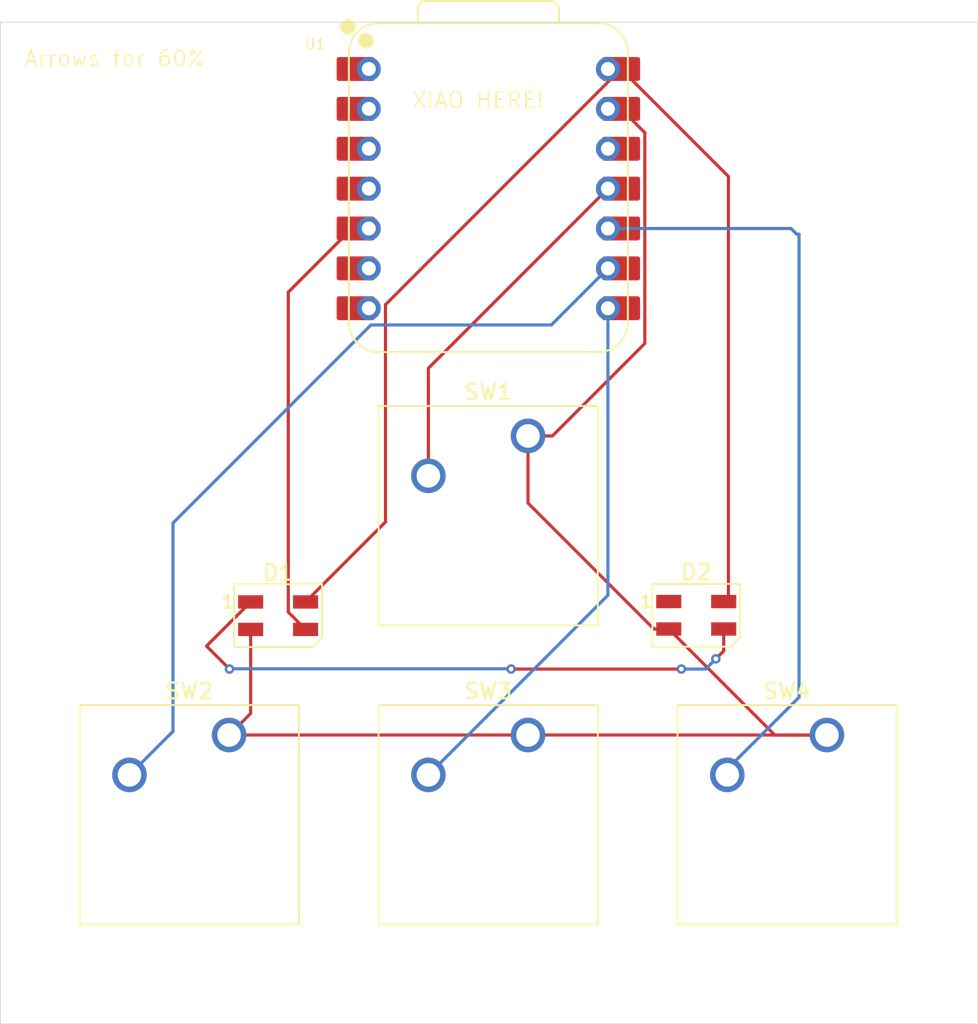
<source format=kicad_pcb>
(kicad_pcb (version 20241229) (generator "pcbnew") (generator_version "9.0")
  (layers (0 "F.Cu" signal) (2 "B.Cu" signal) (13 "F.Paste" user) (15 "B.Paste" user) (5 "F.SilkS" user "F.Silkscreen") (7 "B.SilkS" user "B.Silkscreen") (1 "F.Mask" user) (3 "B.Mask" user) (25 "Edge.Cuts" user))
  (net 0 "")
  (net 1 "Net-(D1-DIN)")
  (net 2 "+5V")
  (net 3 "GND")
  (net 4 "Net-(D1-DOUT)")
  (net 6 "Net-(U1-GPIO3{slash}MOSI)")
  (net 7 "Net-(U1-GPIO2{slash}SCK)")
  (net 8 "Net-(U1-GPIO1{slash}RX)")
  (net 9 "Net-(U1-GPIO4{slash}MISO)")
  (footprint "Button_Switch_Keyboard:SW_Cherry_MX_1.00u_PCB" (layer "F.Cu") (at 112.0775 111.60125)
    (property "Reference" "SW2" (at -2.54 -2.794 0) (layer "F.SilkS"))
    (property "Value" "SW_Push")
    (fp_line (start -9.525 -1.905) (end 4.445 -1.905) (stroke (width 0.12)) (layer "F.SilkS"))
    (fp_line (start -9.525 12.065) (end -9.525 -1.905) (stroke (width 0.12)) (layer "F.SilkS"))
    (fp_line (start 4.445 -1.905) (end 4.445 12.065) (stroke (width 0.12)) (layer "F.SilkS"))
    (fp_line (start 4.445 12.065) (end -9.525 12.065) (stroke (width 0.12)) (layer "F.SilkS"))
    (pad "" np_thru_hole circle (at -7.62 5.08) (size 1.7 1.7) (drill 1.7) (layers "*.Cu" "*.Mask"))
    (pad "" np_thru_hole circle (at -2.54 5.08) (size 4 4) (drill 4) (layers "*.Cu" "*.Mask"))
    (pad "" np_thru_hole circle (at 2.54 5.08) (size 1.7 1.7) (drill 1.7) (layers "*.Cu" "*.Mask"))
    (pad "1" thru_hole circle (at 0 0) (size 2.2 2.2) (drill 1.5) (layers "*.Cu" "*.Mask") (net 3 "GND"))
    (pad "2" thru_hole circle (at -6.35 2.54) (size 2.2 2.2) (drill 1.5) (layers "*.Cu" "*.Mask") (net 7 "Net-(U1-GPIO2{slash}SCK)"))
  )
  (footprint "Button_Switch_Keyboard:SW_Cherry_MX_1.00u_PCB" (layer "F.Cu") (at 150.1775 111.60125)
    (property "Reference" "SW4" (at -2.54 -2.794 0) (layer "F.SilkS"))
    (property "Value" "SW_Push")
    (fp_line (start -9.525 -1.905) (end 4.445 -1.905) (stroke (width 0.12)) (layer "F.SilkS"))
    (fp_line (start -9.525 12.065) (end -9.525 -1.905) (stroke (width 0.12)) (layer "F.SilkS"))
    (fp_line (start 4.445 -1.905) (end 4.445 12.065) (stroke (width 0.12)) (layer "F.SilkS"))
    (fp_line (start 4.445 12.065) (end -9.525 12.065) (stroke (width 0.12)) (layer "F.SilkS"))
    (pad "" np_thru_hole circle (at -7.62 5.08) (size 1.7 1.7) (drill 1.7) (layers "*.Cu" "*.Mask"))
    (pad "" np_thru_hole circle (at -2.54 5.08) (size 4 4) (drill 4) (layers "*.Cu" "*.Mask"))
    (pad "" np_thru_hole circle (at 2.54 5.08) (size 1.7 1.7) (drill 1.7) (layers "*.Cu" "*.Mask"))
    (pad "1" thru_hole circle (at 0 0) (size 2.2 2.2) (drill 1.5) (layers "*.Cu" "*.Mask") (net 3 "GND"))
    (pad "2" thru_hole circle (at -6.35 2.54) (size 2.2 2.2) (drill 1.5) (layers "*.Cu" "*.Mask") (net 9 "Net-(U1-GPIO4{slash}MISO)"))
  )
  (footprint "OPL:XIAO-RP2040-DIP" (layer "F.Cu") (at 128.6 76.8)
    (property "Reference" "U1" (at -11.05 -9.2 0) (layer "F.SilkS") (effects (font (size 0.635 0.635) (thickness 0.1016))))
    (property "Value" "XIAO-RP2040-DIP")
    (fp_line (start -8.89 8.509) (end -8.89 -8.636) (stroke (width 0.127)) (layer "F.SilkS"))
    (fp_line (start -6.985 10.414) (end 6.985 10.414) (stroke (width 0.127)) (layer "F.SilkS"))
    (fp_line (start -4.495 -10.541) (end -4.491272 -11.451272) (stroke (width 0.127)) (layer "F.SilkS"))
    (fp_line (start -3.991272 -11.951) (end 4.004 -11.951) (stroke (width 0.127)) (layer "F.SilkS"))
    (fp_line (start 4.504 -11.451) (end 4.504 -10.541) (stroke (width 0.127)) (layer "F.SilkS"))
    (fp_line (start 6.985 -10.541) (end -6.985 -10.541) (stroke (width 0.1)) (layer "F.SilkS"))
    (fp_line (start 6.985 -10.541) (end -6.985 -10.541) (stroke (width 0.127)) (layer "F.SilkS"))
    (fp_line (start 8.89 8.509) (end 8.89 -8.636) (stroke (width 0.127)) (layer "F.SilkS"))
    (fp_arc (start -8.89 -8.636) (mid -8.332038 -9.983038) (end -6.985 -10.541) (stroke (width 0.127)) (layer "F.SilkS"))
    (fp_arc (start -6.985 10.414) (mid -8.332038 9.856038) (end -8.89 8.509) (stroke (width 0.127)) (layer "F.SilkS"))
    (fp_arc (start -4.491272 -11.451272) (mid -4.344728 -11.80464) (end -3.991272 -11.951) (stroke (width 0.127)) (layer "F.SilkS"))
    (fp_arc (start 4.004 -11.951) (mid 4.357553 -11.804553) (end 4.504 -11.451) (stroke (width 0.127)) (layer "F.SilkS"))
    (fp_arc (start 6.985 -10.541) (mid 8.332038 -9.983038) (end 8.89 -8.636) (stroke (width 0.127)) (layer "F.SilkS"))
    (fp_arc (start 8.89 8.509) (mid 8.332038 9.856038) (end 6.985 10.414) (stroke (width 0.127)) (layer "F.SilkS"))
    (fp_circle (center -8.95 -10.3) (end -8.95 -10.554) (stroke (width 0.5)) (fill yes) (layer "F.SilkS"))
    (fp_circle (center -7.807 -9.42) (end -7.807 -9.674) (stroke (width 0.5)) (fill yes) (layer "F.SilkS"))
    (pad "1" smd roundrect (at -8.455 -7.62 180) (size 2.432 1.524) (layers "F.Cu" "F.Mask") (roundrect_rratio 0.1))
    (pad "1" thru_hole circle (at -7.62 -7.62 180) (size 1.524 1.524) (drill 0.889) (layers "*.Cu" "*.Mask"))
    (pad "2" smd roundrect (at -8.455 -5.08 180) (size 2.432 1.524) (layers "F.Cu" "F.Mask") (roundrect_rratio 0.1))
    (pad "2" thru_hole circle (at -7.62 -5.08 180) (size 1.524 1.524) (drill 0.889) (layers "*.Cu" "*.Mask"))
    (pad "3" smd roundrect (at -8.455 -2.54 180) (size 2.432 1.524) (layers "F.Cu" "F.Mask") (roundrect_rratio 0.1))
    (pad "3" thru_hole circle (at -7.62 -2.54 180) (size 1.524 1.524) (drill 0.889) (layers "*.Cu" "*.Mask"))
    (pad "4" smd roundrect (at -8.455 0 180) (size 2.432 1.524) (layers "F.Cu" "F.Mask") (roundrect_rratio 0.1))
    (pad "4" thru_hole circle (at -7.62 0 180) (size 1.524 1.524) (drill 0.889) (layers "*.Cu" "*.Mask"))
    (pad "5" smd roundrect (at -8.455 2.54 180) (size 2.432 1.524) (layers "F.Cu" "F.Mask") (roundrect_rratio 0.1) (net 1 "Net-(D1-DIN)"))
    (pad "5" thru_hole circle (at -7.62 2.54 180) (size 1.524 1.524) (drill 0.889) (layers "*.Cu" "*.Mask") (net 1 "Net-(D1-DIN)"))
    (pad "6" smd roundrect (at -8.455 5.08 180) (size 2.432 1.524) (layers "F.Cu" "F.Mask") (roundrect_rratio 0.1))
    (pad "6" thru_hole circle (at -7.62 5.08 180) (size 1.524 1.524) (drill 0.889) (layers "*.Cu" "*.Mask"))
    (pad "7" smd roundrect (at -8.455 7.62 180) (size 2.432 1.524) (layers "F.Cu" "F.Mask") (roundrect_rratio 0.1))
    (pad "7" thru_hole circle (at -7.62 7.62 180) (size 1.524 1.524) (drill 0.889) (layers "*.Cu" "*.Mask"))
    (pad "8" thru_hole circle (at 7.62 7.62) (size 1.524 1.524) (drill 0.889) (layers "*.Cu" "*.Mask") (net 8 "Net-(U1-GPIO1{slash}RX)"))
    (pad "8" smd roundrect (at 8.455 7.62) (size 2.432 1.524) (layers "F.Cu" "F.Mask") (roundrect_rratio 0.1) (net 8 "Net-(U1-GPIO1{slash}RX)"))
    (pad "9" thru_hole circle (at 7.62 5.08) (size 1.524 1.524) (drill 0.889) (layers "*.Cu" "*.Mask") (net 7 "Net-(U1-GPIO2{slash}SCK)"))
    (pad "9" smd roundrect (at 8.455 5.08) (size 2.432 1.524) (layers "F.Cu" "F.Mask") (roundrect_rratio 0.1) (net 7 "Net-(U1-GPIO2{slash}SCK)"))
    (pad "10" thru_hole circle (at 7.62 2.54) (size 1.524 1.524) (drill 0.889) (layers "*.Cu" "*.Mask") (net 9 "Net-(U1-GPIO4{slash}MISO)"))
    (pad "10" smd roundrect (at 8.455 2.54) (size 2.432 1.524) (layers "F.Cu" "F.Mask") (roundrect_rratio 0.1) (net 9 "Net-(U1-GPIO4{slash}MISO)"))
    (pad "11" thru_hole circle (at 7.62 0) (size 1.524 1.524) (drill 0.889) (layers "*.Cu" "*.Mask") (net 6 "Net-(U1-GPIO3{slash}MOSI)"))
    (pad "11" smd roundrect (at 8.455 0) (size 2.432 1.524) (layers "F.Cu" "F.Mask") (roundrect_rratio 0.1) (net 6 "Net-(U1-GPIO3{slash}MOSI)"))
    (pad "12" thru_hole circle (at 7.62 -2.54) (size 1.524 1.524) (drill 0.889) (layers "*.Cu" "*.Mask"))
    (pad "12" smd roundrect (at 8.455 -2.54) (size 2.432 1.524) (layers "F.Cu" "F.Mask") (roundrect_rratio 0.1))
    (pad "13" thru_hole circle (at 7.62 -5.08) (size 1.524 1.524) (drill 0.889) (layers "*.Cu" "*.Mask") (net 3 "GND"))
    (pad "13" smd roundrect (at 8.455 -5.08) (size 2.432 1.524) (layers "F.Cu" "F.Mask") (roundrect_rratio 0.1) (net 3 "GND"))
    (pad "14" thru_hole circle (at 7.62 -7.62) (size 1.524 1.524) (drill 0.889) (layers "*.Cu" "*.Mask") (net 2 "+5V"))
    (pad "14" smd roundrect (at 8.455 -7.62) (size 2.432 1.524) (layers "F.Cu" "F.Mask") (roundrect_rratio 0.1) (net 2 "+5V"))
  )
  (footprint "LED_SMD:LED_SK6812MINI_PLCC4_3.5x3.5mm_P1.75mm" (layer "F.Cu") (at 141.85 103.975)
    (property "Reference" "D2" (at 0 -2.75 0) (layer "F.SilkS"))
    (property "Value" "SK6812MINI")
    (fp_line (start -2.8 -2) (end -2.8 2) (stroke (width 0.12)) (layer "F.SilkS"))
    (fp_line (start -2.8 -2) (end 2.8 -2) (stroke (width 0.12)) (layer "F.SilkS"))
    (fp_line (start -2.8 2) (end 2.2 2) (stroke (width 0.12)) (layer "F.SilkS"))
    (fp_line (start 2.8 1.4) (end 2.2 2) (stroke (width 0.12)) (layer "F.SilkS"))
    (fp_line (start 2.8 1.4) (end 2.8 -2) (stroke (width 0.12)) (layer "F.SilkS"))
    (fp_text user "1" (at -3.2 -0.875 0) (layer "F.SilkS") (effects (font (size 0.8 0.8))))
    (pad "1" smd rect (at -1.75 -0.875) (size 1.6 0.85) (layers "F.Cu" "F.Mask" "F.Paste"))
    (pad "2" smd rect (at -1.75 0.875) (size 1.6 0.85) (layers "F.Cu" "F.Mask" "F.Paste") (net 3 "GND"))
    (pad "3" smd rect (at 1.75 0.875) (size 1.6 0.85) (layers "F.Cu" "F.Mask" "F.Paste") (net 4 "Net-(D1-DOUT)"))
    (pad "4" smd rect (at 1.75 -0.875) (size 1.6 0.85) (layers "F.Cu" "F.Mask" "F.Paste") (net 2 "+5V"))
  )
  (footprint "Button_Switch_Keyboard:SW_Cherry_MX_1.00u_PCB" (layer "F.Cu") (at 131.1275 92.55125)
    (property "Reference" "SW1" (at -2.54 -2.794 0) (layer "F.SilkS"))
    (property "Value" "SW_Push")
    (fp_line (start -9.525 -1.905) (end 4.445 -1.905) (stroke (width 0.12)) (layer "F.SilkS"))
    (fp_line (start -9.525 12.065) (end -9.525 -1.905) (stroke (width 0.12)) (layer "F.SilkS"))
    (fp_line (start 4.445 -1.905) (end 4.445 12.065) (stroke (width 0.12)) (layer "F.SilkS"))
    (fp_line (start 4.445 12.065) (end -9.525 12.065) (stroke (width 0.12)) (layer "F.SilkS"))
    (pad "" np_thru_hole circle (at -7.62 5.08) (size 1.7 1.7) (drill 1.7) (layers "*.Cu" "*.Mask"))
    (pad "" np_thru_hole circle (at -2.54 5.08) (size 4 4) (drill 4) (layers "*.Cu" "*.Mask"))
    (pad "" np_thru_hole circle (at 2.54 5.08) (size 1.7 1.7) (drill 1.7) (layers "*.Cu" "*.Mask"))
    (pad "1" thru_hole circle (at 0 0) (size 2.2 2.2) (drill 1.5) (layers "*.Cu" "*.Mask") (net 3 "GND"))
    (pad "2" thru_hole circle (at -6.35 2.54) (size 2.2 2.2) (drill 1.5) (layers "*.Cu" "*.Mask") (net 6 "Net-(U1-GPIO3{slash}MOSI)"))
  )
  (footprint "Button_Switch_Keyboard:SW_Cherry_MX_1.00u_PCB" (layer "F.Cu") (at 131.1275 111.60125)
    (property "Reference" "SW3" (at -2.54 -2.794 0) (layer "F.SilkS"))
    (property "Value" "SW_Push")
    (fp_line (start -9.525 -1.905) (end 4.445 -1.905) (stroke (width 0.12)) (layer "F.SilkS"))
    (fp_line (start -9.525 12.065) (end -9.525 -1.905) (stroke (width 0.12)) (layer "F.SilkS"))
    (fp_line (start 4.445 -1.905) (end 4.445 12.065) (stroke (width 0.12)) (layer "F.SilkS"))
    (fp_line (start 4.445 12.065) (end -9.525 12.065) (stroke (width 0.12)) (layer "F.SilkS"))
    (pad "" np_thru_hole circle (at -7.62 5.08) (size 1.7 1.7) (drill 1.7) (layers "*.Cu" "*.Mask"))
    (pad "" np_thru_hole circle (at -2.54 5.08) (size 4 4) (drill 4) (layers "*.Cu" "*.Mask"))
    (pad "" np_thru_hole circle (at 2.54 5.08) (size 1.7 1.7) (drill 1.7) (layers "*.Cu" "*.Mask"))
    (pad "1" thru_hole circle (at 0 0) (size 2.2 2.2) (drill 1.5) (layers "*.Cu" "*.Mask") (net 3 "GND"))
    (pad "2" thru_hole circle (at -6.35 2.54) (size 2.2 2.2) (drill 1.5) (layers "*.Cu" "*.Mask") (net 8 "Net-(U1-GPIO1{slash}RX)"))
  )
  (footprint "LED_SMD:LED_SK6812MINI_PLCC4_3.5x3.5mm_P1.75mm" (layer "F.Cu") (at 115.2 104)
    (property "Reference" "D1" (at 0 -2.75 0) (layer "F.SilkS"))
    (property "Value" "SK6812MINI")
    (fp_line (start -2.8 -2) (end -2.8 2) (stroke (width 0.12)) (layer "F.SilkS"))
    (fp_line (start -2.8 -2) (end 2.8 -2) (stroke (width 0.12)) (layer "F.SilkS"))
    (fp_line (start -2.8 2) (end 2.2 2) (stroke (width 0.12)) (layer "F.SilkS"))
    (fp_line (start 2.8 1.4) (end 2.2 2) (stroke (width 0.12)) (layer "F.SilkS"))
    (fp_line (start 2.8 1.4) (end 2.8 -2) (stroke (width 0.12)) (layer "F.SilkS"))
    (fp_text user "1" (at -3.2 -0.875 0) (layer "F.SilkS") (effects (font (size 0.8 0.8))))
    (pad "1" smd rect (at -1.75 -0.875) (size 1.6 0.85) (layers "F.Cu" "F.Mask" "F.Paste") (net 4 "Net-(D1-DOUT)"))
    (pad "2" smd rect (at -1.75 0.875) (size 1.6 0.85) (layers "F.Cu" "F.Mask" "F.Paste") (net 3 "GND"))
    (pad "3" smd rect (at 1.75 0.875) (size 1.6 0.85) (layers "F.Cu" "F.Mask" "F.Paste") (net 1 "Net-(D1-DIN)"))
    (pad "4" smd rect (at 1.75 -0.875) (size 1.6 0.85) (layers "F.Cu" "F.Mask" "F.Paste") (net 2 "+5V"))
  )
  (gr_rect (start 97.5 66.2) (end 159.8 130) (stroke (width 0.05)) (fill no) (layer "Edge.Cuts"))
  (gr_text "Arrows for 60%" (at 98.95 69.1 0) (layer "F.SilkS") (effects (font (size 1 1) (thickness 0.1)) (justify left bottom)))
  (gr_text "XIAO HERE!" (at 123.65 71.75 0) (layer "F.SilkS") (effects (font (size 1 1) (thickness 0.1)) (justify left bottom)))
  (segment (start 120.98 79.34) (end 119.90237 79.34) (width 0.2) (layer "F.Cu") (net 1))
  (segment (start 119.90237 79.34) (end 115.849 83.39337) (width 0.2) (layer "F.Cu") (net 1))
  (segment (start 115.849 83.39337) (end 115.849 103.774) (width 0.2) (layer "F.Cu") (net 1))
  (segment (start 115.849 103.774) (end 116.95 104.875) (width 0.2) (layer "F.Cu") (net 1))
  (segment (start 137.055 69.18) (end 122.043 84.192) (width 0.2) (layer "F.Cu") (net 2))
  (segment (start 143.9 76.025) (end 137.055 69.18) (width 0.2) (layer "F.Cu") (net 2))
  (segment (start 122.043 84.192) (end 122.043 98.032) (width 0.2) (layer "F.Cu") (net 2))
  (segment (start 122.043 98.032) (end 116.95 103.125) (width 0.2) (layer "F.Cu") (net 2))
  (segment (start 143.9 103.4) (end 143.9 76.025) (width 0.2) (layer "F.Cu") (net 2))
  (segment (start 143.6 103.1) (end 143.9 103.4) (width 0.2) (layer "F.Cu") (net 2))
  (segment (start 136.22 71.72) (end 136.22 72.08) (width 0.2) (layer "F.Cu") (net 3))
  (segment (start 140.1 104.85) (end 146.85125 111.60125) (width 0.2) (layer "F.Cu") (net 3))
  (segment (start 138.572 86.662384) (end 138.572 73.237) (width 0.2) (layer "F.Cu") (net 3))
  (segment (start 113.45 110.22875) (end 112.0775 111.60125) (width 0.2) (layer "F.Cu") (net 3))
  (segment (start 139.15 104.85) (end 140.1 104.85) (width 0.2) (layer "F.Cu") (net 3))
  (segment (start 131.1275 96.8275) (end 139.15 104.85) (width 0.2) (layer "F.Cu") (net 3))
  (segment (start 113.45 104.875) (end 113.45 110.22875) (width 0.2) (layer "F.Cu") (net 3))
  (segment (start 146.85125 111.60125) (end 150.1775 111.60125) (width 0.2) (layer "F.Cu") (net 3))
  (segment (start 132.683134 92.55125) (end 138.572 86.662384) (width 0.2) (layer "F.Cu") (net 3))
  (segment (start 131.1275 92.55125) (end 132.683134 92.55125) (width 0.2) (layer "F.Cu") (net 3))
  (segment (start 138.572 73.237) (end 137.055 71.72) (width 0.2) (layer "F.Cu") (net 3))
  (segment (start 131.1275 111.60125) (end 112.0775 111.60125) (width 0.2) (layer "F.Cu") (net 3))
  (segment (start 136.22 71.72) (end 137.055 71.72) (width 0.2) (layer "F.Cu") (net 3))
  (segment (start 150.1775 111.60125) (end 131.1275 111.60125) (width 0.2) (layer "F.Cu") (net 3))
  (segment (start 131.1275 92.55125) (end 131.1275 96.8275) (width 0.2) (layer "F.Cu") (net 3))
  (segment (start 143.6 106.25) (end 143.6 104.85) (width 0.2) (layer "F.Cu") (net 4))
  (segment (start 130.05 107.4) (end 140.9 107.4) (width 0.2) (layer "F.Cu") (net 4))
  (segment (start 113.45 103.125) (end 110.65 105.925) (width 0.2) (layer "F.Cu") (net 4))
  (segment (start 143.1 106.75) (end 143.6 106.25) (width 0.2) (layer "F.Cu") (net 4))
  (segment (start 110.65 105.925) (end 110.65 105.95) (width 0.2) (layer "F.Cu") (net 4))
  (segment (start 110.65 105.95) (end 112.1 107.4) (width 0.2) (layer "F.Cu") (net 4))
  (via (at 140.9 107.4) (size 0.6) (drill 0.3) (layers "F.Cu" "B.Cu") (net 4))
  (via (at 143.1 106.75) (size 0.6) (drill 0.3) (layers "F.Cu" "B.Cu") (net 4))
  (via (at 112.1 107.4) (size 0.6) (drill 0.3) (layers "F.Cu" "B.Cu") (net 4))
  (via (at 130.05 107.4) (size 0.6) (drill 0.3) (layers "F.Cu" "B.Cu") (net 4))
  (segment (start 142.45 107.4) (end 143.1 106.75) (width 0.2) (layer "B.Cu") (net 4))
  (segment (start 130.03511 107.38511) (end 130.05 107.4) (width 0.2) (layer "B.Cu") (net 4))
  (segment (start 140.9 107.4) (end 142.45 107.4) (width 0.2) (layer "B.Cu") (net 4))
  (segment (start 112.11489 107.38511) (end 130.03511 107.38511) (width 0.2) (layer "B.Cu") (net 4))
  (segment (start 112.1 107.4) (end 112.11489 107.38511) (width 0.2) (layer "B.Cu") (net 4))
  (segment (start 124.7775 88.2425) (end 136.22 76.8) (width 0.2) (layer "F.Cu") (net 6))
  (segment (start 124.7775 95.09125) (end 124.7775 88.2425) (width 0.2) (layer "F.Cu") (net 6))
  (segment (start 121.117 85.483) (end 108.5 98.1) (width 0.2) (layer "B.Cu") (net 7))
  (segment (start 132.617 85.483) (end 121.117 85.483) (width 0.2) (layer "B.Cu") (net 7))
  (segment (start 108.5 111.36875) (end 105.7275 114.14125) (width 0.2) (layer "B.Cu") (net 7))
  (segment (start 108.5 98.1) (end 108.5 111.36875) (width 0.2) (layer "B.Cu") (net 7))
  (segment (start 136.22 81.88) (end 132.617 85.483) (width 0.2) (layer "B.Cu") (net 7))
  (segment (start 136.007436 81.88) (end 136.22 81.88) (width 0.2) (layer "B.Cu") (net 7))
  (segment (start 136.22 102.69875) (end 136.22 84.42) (width 0.2) (layer "B.Cu") (net 8))
  (segment (start 124.7775 114.14125) (end 136.22 102.69875) (width 0.2) (layer "B.Cu") (net 8))
  (segment (start 148.4 79.7) (end 148.25 79.7) (width 0.2) (layer "B.Cu") (net 9))
  (segment (start 148.4 109.2) (end 148.4 79.7) (width 0.2) (layer "B.Cu") (net 9))
  (segment (start 143.8275 113.7725) (end 148.4 109.2) (width 0.2) (layer "B.Cu") (net 9))
  (segment (start 143.8275 114.14125) (end 143.8275 113.7725) (width 0.2) (layer "B.Cu") (net 9))
  (segment (start 147.89 79.34) (end 136.22 79.34) (width 0.2) (layer "B.Cu") (net 9))
  (segment (start 148.25 79.7) (end 147.89 79.34) (width 0.2) (layer "B.Cu") (net 9))
)
</source>
